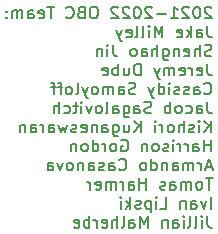
<source format=gbr>
%TF.GenerationSoftware,KiCad,Pcbnew,(6.0.1)*%
%TF.CreationDate,2022-02-13T11:40:04-05:00*%
%TF.ProjectId,STM32_Breakout,53544d33-325f-4427-9265-616b6f75742e,rev?*%
%TF.SameCoordinates,Original*%
%TF.FileFunction,Legend,Bot*%
%TF.FilePolarity,Positive*%
%FSLAX46Y46*%
G04 Gerber Fmt 4.6, Leading zero omitted, Abs format (unit mm)*
G04 Created by KiCad (PCBNEW (6.0.1)) date 2022-02-13 11:40:04*
%MOMM*%
%LPD*%
G01*
G04 APERTURE LIST*
%ADD10C,0.150000*%
G04 APERTURE END LIST*
D10*
X143476023Y-100928619D02*
X143428404Y-100881000D01*
X143333166Y-100833380D01*
X143095071Y-100833380D01*
X142999833Y-100881000D01*
X142952214Y-100928619D01*
X142904595Y-101023857D01*
X142904595Y-101119095D01*
X142952214Y-101261952D01*
X143523642Y-101833380D01*
X142904595Y-101833380D01*
X142285547Y-100833380D02*
X142190309Y-100833380D01*
X142095071Y-100881000D01*
X142047452Y-100928619D01*
X141999833Y-101023857D01*
X141952214Y-101214333D01*
X141952214Y-101452428D01*
X141999833Y-101642904D01*
X142047452Y-101738142D01*
X142095071Y-101785761D01*
X142190309Y-101833380D01*
X142285547Y-101833380D01*
X142380785Y-101785761D01*
X142428404Y-101738142D01*
X142476023Y-101642904D01*
X142523642Y-101452428D01*
X142523642Y-101214333D01*
X142476023Y-101023857D01*
X142428404Y-100928619D01*
X142380785Y-100881000D01*
X142285547Y-100833380D01*
X141571261Y-100928619D02*
X141523642Y-100881000D01*
X141428404Y-100833380D01*
X141190309Y-100833380D01*
X141095071Y-100881000D01*
X141047452Y-100928619D01*
X140999833Y-101023857D01*
X140999833Y-101119095D01*
X141047452Y-101261952D01*
X141618880Y-101833380D01*
X140999833Y-101833380D01*
X140047452Y-101833380D02*
X140618880Y-101833380D01*
X140333166Y-101833380D02*
X140333166Y-100833380D01*
X140428404Y-100976238D01*
X140523642Y-101071476D01*
X140618880Y-101119095D01*
X139618880Y-101452428D02*
X138856976Y-101452428D01*
X138428404Y-100928619D02*
X138380785Y-100881000D01*
X138285547Y-100833380D01*
X138047452Y-100833380D01*
X137952214Y-100881000D01*
X137904595Y-100928619D01*
X137856976Y-101023857D01*
X137856976Y-101119095D01*
X137904595Y-101261952D01*
X138476023Y-101833380D01*
X137856976Y-101833380D01*
X137237928Y-100833380D02*
X137142690Y-100833380D01*
X137047452Y-100881000D01*
X136999833Y-100928619D01*
X136952214Y-101023857D01*
X136904595Y-101214333D01*
X136904595Y-101452428D01*
X136952214Y-101642904D01*
X136999833Y-101738142D01*
X137047452Y-101785761D01*
X137142690Y-101833380D01*
X137237928Y-101833380D01*
X137333166Y-101785761D01*
X137380785Y-101738142D01*
X137428404Y-101642904D01*
X137476023Y-101452428D01*
X137476023Y-101214333D01*
X137428404Y-101023857D01*
X137380785Y-100928619D01*
X137333166Y-100881000D01*
X137237928Y-100833380D01*
X136523642Y-100928619D02*
X136476023Y-100881000D01*
X136380785Y-100833380D01*
X136142690Y-100833380D01*
X136047452Y-100881000D01*
X135999833Y-100928619D01*
X135952214Y-101023857D01*
X135952214Y-101119095D01*
X135999833Y-101261952D01*
X136571261Y-101833380D01*
X135952214Y-101833380D01*
X135571261Y-100928619D02*
X135523642Y-100881000D01*
X135428404Y-100833380D01*
X135190309Y-100833380D01*
X135095071Y-100881000D01*
X135047452Y-100928619D01*
X134999833Y-101023857D01*
X134999833Y-101119095D01*
X135047452Y-101261952D01*
X135618880Y-101833380D01*
X134999833Y-101833380D01*
X133618880Y-100833380D02*
X133428404Y-100833380D01*
X133333166Y-100881000D01*
X133237928Y-100976238D01*
X133190309Y-101166714D01*
X133190309Y-101500047D01*
X133237928Y-101690523D01*
X133333166Y-101785761D01*
X133428404Y-101833380D01*
X133618880Y-101833380D01*
X133714119Y-101785761D01*
X133809357Y-101690523D01*
X133856976Y-101500047D01*
X133856976Y-101166714D01*
X133809357Y-100976238D01*
X133714119Y-100881000D01*
X133618880Y-100833380D01*
X132428404Y-101309571D02*
X132285547Y-101357190D01*
X132237928Y-101404809D01*
X132190309Y-101500047D01*
X132190309Y-101642904D01*
X132237928Y-101738142D01*
X132285547Y-101785761D01*
X132380785Y-101833380D01*
X132761738Y-101833380D01*
X132761738Y-100833380D01*
X132428404Y-100833380D01*
X132333166Y-100881000D01*
X132285547Y-100928619D01*
X132237928Y-101023857D01*
X132237928Y-101119095D01*
X132285547Y-101214333D01*
X132333166Y-101261952D01*
X132428404Y-101309571D01*
X132761738Y-101309571D01*
X131190309Y-101738142D02*
X131237928Y-101785761D01*
X131380785Y-101833380D01*
X131476023Y-101833380D01*
X131618880Y-101785761D01*
X131714119Y-101690523D01*
X131761738Y-101595285D01*
X131809357Y-101404809D01*
X131809357Y-101261952D01*
X131761738Y-101071476D01*
X131714119Y-100976238D01*
X131618880Y-100881000D01*
X131476023Y-100833380D01*
X131380785Y-100833380D01*
X131237928Y-100881000D01*
X131190309Y-100928619D01*
X130142690Y-100833380D02*
X129571261Y-100833380D01*
X129856976Y-101833380D02*
X129856976Y-100833380D01*
X128856976Y-101785761D02*
X128952214Y-101833380D01*
X129142690Y-101833380D01*
X129237928Y-101785761D01*
X129285547Y-101690523D01*
X129285547Y-101309571D01*
X129237928Y-101214333D01*
X129142690Y-101166714D01*
X128952214Y-101166714D01*
X128856976Y-101214333D01*
X128809357Y-101309571D01*
X128809357Y-101404809D01*
X129285547Y-101500047D01*
X127952214Y-101833380D02*
X127952214Y-101309571D01*
X127999833Y-101214333D01*
X128095071Y-101166714D01*
X128285547Y-101166714D01*
X128380785Y-101214333D01*
X127952214Y-101785761D02*
X128047452Y-101833380D01*
X128285547Y-101833380D01*
X128380785Y-101785761D01*
X128428404Y-101690523D01*
X128428404Y-101595285D01*
X128380785Y-101500047D01*
X128285547Y-101452428D01*
X128047452Y-101452428D01*
X127952214Y-101404809D01*
X127476023Y-101833380D02*
X127476023Y-101166714D01*
X127476023Y-101261952D02*
X127428404Y-101214333D01*
X127333166Y-101166714D01*
X127190309Y-101166714D01*
X127095071Y-101214333D01*
X127047452Y-101309571D01*
X127047452Y-101833380D01*
X127047452Y-101309571D02*
X126999833Y-101214333D01*
X126904595Y-101166714D01*
X126761738Y-101166714D01*
X126666500Y-101214333D01*
X126618880Y-101309571D01*
X126618880Y-101833380D01*
X126142690Y-101738142D02*
X126095071Y-101785761D01*
X126142690Y-101833380D01*
X126190309Y-101785761D01*
X126142690Y-101738142D01*
X126142690Y-101833380D01*
X126142690Y-101214333D02*
X126095071Y-101261952D01*
X126142690Y-101309571D01*
X126190309Y-101261952D01*
X126142690Y-101214333D01*
X126142690Y-101309571D01*
X143142690Y-102443380D02*
X143142690Y-103157666D01*
X143190309Y-103300523D01*
X143285547Y-103395761D01*
X143428404Y-103443380D01*
X143523642Y-103443380D01*
X142237928Y-103443380D02*
X142237928Y-102919571D01*
X142285547Y-102824333D01*
X142380785Y-102776714D01*
X142571261Y-102776714D01*
X142666500Y-102824333D01*
X142237928Y-103395761D02*
X142333166Y-103443380D01*
X142571261Y-103443380D01*
X142666500Y-103395761D01*
X142714119Y-103300523D01*
X142714119Y-103205285D01*
X142666500Y-103110047D01*
X142571261Y-103062428D01*
X142333166Y-103062428D01*
X142237928Y-103014809D01*
X141761738Y-103443380D02*
X141761738Y-102443380D01*
X141666500Y-103062428D02*
X141380785Y-103443380D01*
X141380785Y-102776714D02*
X141761738Y-103157666D01*
X140571261Y-103395761D02*
X140666500Y-103443380D01*
X140856976Y-103443380D01*
X140952214Y-103395761D01*
X140999833Y-103300523D01*
X140999833Y-102919571D01*
X140952214Y-102824333D01*
X140856976Y-102776714D01*
X140666500Y-102776714D01*
X140571261Y-102824333D01*
X140523642Y-102919571D01*
X140523642Y-103014809D01*
X140999833Y-103110047D01*
X139333166Y-103443380D02*
X139333166Y-102443380D01*
X138999833Y-103157666D01*
X138666500Y-102443380D01*
X138666500Y-103443380D01*
X138190309Y-103443380D02*
X138190309Y-102776714D01*
X138190309Y-102443380D02*
X138237928Y-102491000D01*
X138190309Y-102538619D01*
X138142690Y-102491000D01*
X138190309Y-102443380D01*
X138190309Y-102538619D01*
X137571261Y-103443380D02*
X137666500Y-103395761D01*
X137714119Y-103300523D01*
X137714119Y-102443380D01*
X137047452Y-103443380D02*
X137142690Y-103395761D01*
X137190309Y-103300523D01*
X137190309Y-102443380D01*
X136285547Y-103395761D02*
X136380785Y-103443380D01*
X136571261Y-103443380D01*
X136666500Y-103395761D01*
X136714119Y-103300523D01*
X136714119Y-102919571D01*
X136666500Y-102824333D01*
X136571261Y-102776714D01*
X136380785Y-102776714D01*
X136285547Y-102824333D01*
X136237928Y-102919571D01*
X136237928Y-103014809D01*
X136714119Y-103110047D01*
X135904595Y-102776714D02*
X135666500Y-103443380D01*
X135428404Y-102776714D02*
X135666500Y-103443380D01*
X135761738Y-103681476D01*
X135809357Y-103729095D01*
X135904595Y-103776714D01*
X143476023Y-105005761D02*
X143333166Y-105053380D01*
X143095071Y-105053380D01*
X142999833Y-105005761D01*
X142952214Y-104958142D01*
X142904595Y-104862904D01*
X142904595Y-104767666D01*
X142952214Y-104672428D01*
X142999833Y-104624809D01*
X143095071Y-104577190D01*
X143285547Y-104529571D01*
X143380785Y-104481952D01*
X143428404Y-104434333D01*
X143476023Y-104339095D01*
X143476023Y-104243857D01*
X143428404Y-104148619D01*
X143380785Y-104101000D01*
X143285547Y-104053380D01*
X143047452Y-104053380D01*
X142904595Y-104101000D01*
X142476023Y-105053380D02*
X142476023Y-104053380D01*
X142047452Y-105053380D02*
X142047452Y-104529571D01*
X142095071Y-104434333D01*
X142190309Y-104386714D01*
X142333166Y-104386714D01*
X142428404Y-104434333D01*
X142476023Y-104481952D01*
X141190309Y-105005761D02*
X141285547Y-105053380D01*
X141476023Y-105053380D01*
X141571261Y-105005761D01*
X141618880Y-104910523D01*
X141618880Y-104529571D01*
X141571261Y-104434333D01*
X141476023Y-104386714D01*
X141285547Y-104386714D01*
X141190309Y-104434333D01*
X141142690Y-104529571D01*
X141142690Y-104624809D01*
X141618880Y-104720047D01*
X140714119Y-104386714D02*
X140714119Y-105053380D01*
X140714119Y-104481952D02*
X140666500Y-104434333D01*
X140571261Y-104386714D01*
X140428404Y-104386714D01*
X140333166Y-104434333D01*
X140285547Y-104529571D01*
X140285547Y-105053380D01*
X139380785Y-104386714D02*
X139380785Y-105196238D01*
X139428404Y-105291476D01*
X139476023Y-105339095D01*
X139571261Y-105386714D01*
X139714119Y-105386714D01*
X139809357Y-105339095D01*
X139380785Y-105005761D02*
X139476023Y-105053380D01*
X139666500Y-105053380D01*
X139761738Y-105005761D01*
X139809357Y-104958142D01*
X139856976Y-104862904D01*
X139856976Y-104577190D01*
X139809357Y-104481952D01*
X139761738Y-104434333D01*
X139666500Y-104386714D01*
X139476023Y-104386714D01*
X139380785Y-104434333D01*
X138904595Y-105053380D02*
X138904595Y-104053380D01*
X138476023Y-105053380D02*
X138476023Y-104529571D01*
X138523642Y-104434333D01*
X138618880Y-104386714D01*
X138761738Y-104386714D01*
X138856976Y-104434333D01*
X138904595Y-104481952D01*
X137571261Y-105053380D02*
X137571261Y-104529571D01*
X137618880Y-104434333D01*
X137714119Y-104386714D01*
X137904595Y-104386714D01*
X137999833Y-104434333D01*
X137571261Y-105005761D02*
X137666500Y-105053380D01*
X137904595Y-105053380D01*
X137999833Y-105005761D01*
X138047452Y-104910523D01*
X138047452Y-104815285D01*
X137999833Y-104720047D01*
X137904595Y-104672428D01*
X137666500Y-104672428D01*
X137571261Y-104624809D01*
X136952214Y-105053380D02*
X137047452Y-105005761D01*
X137095071Y-104958142D01*
X137142690Y-104862904D01*
X137142690Y-104577190D01*
X137095071Y-104481952D01*
X137047452Y-104434333D01*
X136952214Y-104386714D01*
X136809357Y-104386714D01*
X136714119Y-104434333D01*
X136666500Y-104481952D01*
X136618880Y-104577190D01*
X136618880Y-104862904D01*
X136666500Y-104958142D01*
X136714119Y-105005761D01*
X136809357Y-105053380D01*
X136952214Y-105053380D01*
X135142690Y-104053380D02*
X135142690Y-104767666D01*
X135190309Y-104910523D01*
X135285547Y-105005761D01*
X135428404Y-105053380D01*
X135523642Y-105053380D01*
X134666500Y-105053380D02*
X134666500Y-104386714D01*
X134666500Y-104053380D02*
X134714119Y-104101000D01*
X134666500Y-104148619D01*
X134618880Y-104101000D01*
X134666500Y-104053380D01*
X134666500Y-104148619D01*
X134190309Y-104386714D02*
X134190309Y-105053380D01*
X134190309Y-104481952D02*
X134142690Y-104434333D01*
X134047452Y-104386714D01*
X133904595Y-104386714D01*
X133809357Y-104434333D01*
X133761738Y-104529571D01*
X133761738Y-105053380D01*
X143142690Y-105663380D02*
X143142690Y-106377666D01*
X143190309Y-106520523D01*
X143285547Y-106615761D01*
X143428404Y-106663380D01*
X143523642Y-106663380D01*
X142285547Y-106615761D02*
X142380785Y-106663380D01*
X142571261Y-106663380D01*
X142666500Y-106615761D01*
X142714119Y-106520523D01*
X142714119Y-106139571D01*
X142666500Y-106044333D01*
X142571261Y-105996714D01*
X142380785Y-105996714D01*
X142285547Y-106044333D01*
X142237928Y-106139571D01*
X142237928Y-106234809D01*
X142714119Y-106330047D01*
X141809357Y-106663380D02*
X141809357Y-105996714D01*
X141809357Y-106187190D02*
X141761738Y-106091952D01*
X141714119Y-106044333D01*
X141618880Y-105996714D01*
X141523642Y-105996714D01*
X140809357Y-106615761D02*
X140904595Y-106663380D01*
X141095071Y-106663380D01*
X141190309Y-106615761D01*
X141237928Y-106520523D01*
X141237928Y-106139571D01*
X141190309Y-106044333D01*
X141095071Y-105996714D01*
X140904595Y-105996714D01*
X140809357Y-106044333D01*
X140761738Y-106139571D01*
X140761738Y-106234809D01*
X141237928Y-106330047D01*
X140333166Y-106663380D02*
X140333166Y-105996714D01*
X140333166Y-106091952D02*
X140285547Y-106044333D01*
X140190309Y-105996714D01*
X140047452Y-105996714D01*
X139952214Y-106044333D01*
X139904595Y-106139571D01*
X139904595Y-106663380D01*
X139904595Y-106139571D02*
X139856976Y-106044333D01*
X139761738Y-105996714D01*
X139618880Y-105996714D01*
X139523642Y-106044333D01*
X139476023Y-106139571D01*
X139476023Y-106663380D01*
X139095071Y-105996714D02*
X138856976Y-106663380D01*
X138618880Y-105996714D02*
X138856976Y-106663380D01*
X138952214Y-106901476D01*
X138999833Y-106949095D01*
X139095071Y-106996714D01*
X137476023Y-106663380D02*
X137476023Y-105663380D01*
X137237928Y-105663380D01*
X137095071Y-105711000D01*
X136999833Y-105806238D01*
X136952214Y-105901476D01*
X136904595Y-106091952D01*
X136904595Y-106234809D01*
X136952214Y-106425285D01*
X136999833Y-106520523D01*
X137095071Y-106615761D01*
X137237928Y-106663380D01*
X137476023Y-106663380D01*
X136047452Y-105996714D02*
X136047452Y-106663380D01*
X136476023Y-105996714D02*
X136476023Y-106520523D01*
X136428404Y-106615761D01*
X136333166Y-106663380D01*
X136190309Y-106663380D01*
X136095071Y-106615761D01*
X136047452Y-106568142D01*
X135571261Y-106663380D02*
X135571261Y-105663380D01*
X135571261Y-106044333D02*
X135476023Y-105996714D01*
X135285547Y-105996714D01*
X135190309Y-106044333D01*
X135142690Y-106091952D01*
X135095071Y-106187190D01*
X135095071Y-106472904D01*
X135142690Y-106568142D01*
X135190309Y-106615761D01*
X135285547Y-106663380D01*
X135476023Y-106663380D01*
X135571261Y-106615761D01*
X134285547Y-106615761D02*
X134380785Y-106663380D01*
X134571261Y-106663380D01*
X134666500Y-106615761D01*
X134714119Y-106520523D01*
X134714119Y-106139571D01*
X134666500Y-106044333D01*
X134571261Y-105996714D01*
X134380785Y-105996714D01*
X134285547Y-106044333D01*
X134237928Y-106139571D01*
X134237928Y-106234809D01*
X134714119Y-106330047D01*
X142856976Y-108178142D02*
X142904595Y-108225761D01*
X143047452Y-108273380D01*
X143142690Y-108273380D01*
X143285547Y-108225761D01*
X143380785Y-108130523D01*
X143428404Y-108035285D01*
X143476023Y-107844809D01*
X143476023Y-107701952D01*
X143428404Y-107511476D01*
X143380785Y-107416238D01*
X143285547Y-107321000D01*
X143142690Y-107273380D01*
X143047452Y-107273380D01*
X142904595Y-107321000D01*
X142856976Y-107368619D01*
X141999833Y-108273380D02*
X141999833Y-107749571D01*
X142047452Y-107654333D01*
X142142690Y-107606714D01*
X142333166Y-107606714D01*
X142428404Y-107654333D01*
X141999833Y-108225761D02*
X142095071Y-108273380D01*
X142333166Y-108273380D01*
X142428404Y-108225761D01*
X142476023Y-108130523D01*
X142476023Y-108035285D01*
X142428404Y-107940047D01*
X142333166Y-107892428D01*
X142095071Y-107892428D01*
X141999833Y-107844809D01*
X141571261Y-108225761D02*
X141476023Y-108273380D01*
X141285547Y-108273380D01*
X141190309Y-108225761D01*
X141142690Y-108130523D01*
X141142690Y-108082904D01*
X141190309Y-107987666D01*
X141285547Y-107940047D01*
X141428404Y-107940047D01*
X141523642Y-107892428D01*
X141571261Y-107797190D01*
X141571261Y-107749571D01*
X141523642Y-107654333D01*
X141428404Y-107606714D01*
X141285547Y-107606714D01*
X141190309Y-107654333D01*
X140761738Y-108225761D02*
X140666500Y-108273380D01*
X140476023Y-108273380D01*
X140380785Y-108225761D01*
X140333166Y-108130523D01*
X140333166Y-108082904D01*
X140380785Y-107987666D01*
X140476023Y-107940047D01*
X140618880Y-107940047D01*
X140714119Y-107892428D01*
X140761738Y-107797190D01*
X140761738Y-107749571D01*
X140714119Y-107654333D01*
X140618880Y-107606714D01*
X140476023Y-107606714D01*
X140380785Y-107654333D01*
X139904595Y-108273380D02*
X139904595Y-107606714D01*
X139904595Y-107273380D02*
X139952214Y-107321000D01*
X139904595Y-107368619D01*
X139856976Y-107321000D01*
X139904595Y-107273380D01*
X139904595Y-107368619D01*
X138999833Y-108273380D02*
X138999833Y-107273380D01*
X138999833Y-108225761D02*
X139095071Y-108273380D01*
X139285547Y-108273380D01*
X139380785Y-108225761D01*
X139428404Y-108178142D01*
X139476023Y-108082904D01*
X139476023Y-107797190D01*
X139428404Y-107701952D01*
X139380785Y-107654333D01*
X139285547Y-107606714D01*
X139095071Y-107606714D01*
X138999833Y-107654333D01*
X138618880Y-107606714D02*
X138380785Y-108273380D01*
X138142690Y-107606714D02*
X138380785Y-108273380D01*
X138476023Y-108511476D01*
X138523642Y-108559095D01*
X138618880Y-108606714D01*
X137047452Y-108225761D02*
X136904595Y-108273380D01*
X136666500Y-108273380D01*
X136571261Y-108225761D01*
X136523642Y-108178142D01*
X136476023Y-108082904D01*
X136476023Y-107987666D01*
X136523642Y-107892428D01*
X136571261Y-107844809D01*
X136666500Y-107797190D01*
X136856976Y-107749571D01*
X136952214Y-107701952D01*
X136999833Y-107654333D01*
X137047452Y-107559095D01*
X137047452Y-107463857D01*
X136999833Y-107368619D01*
X136952214Y-107321000D01*
X136856976Y-107273380D01*
X136618880Y-107273380D01*
X136476023Y-107321000D01*
X135618880Y-108273380D02*
X135618880Y-107749571D01*
X135666500Y-107654333D01*
X135761738Y-107606714D01*
X135952214Y-107606714D01*
X136047452Y-107654333D01*
X135618880Y-108225761D02*
X135714119Y-108273380D01*
X135952214Y-108273380D01*
X136047452Y-108225761D01*
X136095071Y-108130523D01*
X136095071Y-108035285D01*
X136047452Y-107940047D01*
X135952214Y-107892428D01*
X135714119Y-107892428D01*
X135618880Y-107844809D01*
X135142690Y-108273380D02*
X135142690Y-107606714D01*
X135142690Y-107701952D02*
X135095071Y-107654333D01*
X134999833Y-107606714D01*
X134856976Y-107606714D01*
X134761738Y-107654333D01*
X134714119Y-107749571D01*
X134714119Y-108273380D01*
X134714119Y-107749571D02*
X134666500Y-107654333D01*
X134571261Y-107606714D01*
X134428404Y-107606714D01*
X134333166Y-107654333D01*
X134285547Y-107749571D01*
X134285547Y-108273380D01*
X133666500Y-108273380D02*
X133761738Y-108225761D01*
X133809357Y-108178142D01*
X133856976Y-108082904D01*
X133856976Y-107797190D01*
X133809357Y-107701952D01*
X133761738Y-107654333D01*
X133666500Y-107606714D01*
X133523642Y-107606714D01*
X133428404Y-107654333D01*
X133380785Y-107701952D01*
X133333166Y-107797190D01*
X133333166Y-108082904D01*
X133380785Y-108178142D01*
X133428404Y-108225761D01*
X133523642Y-108273380D01*
X133666500Y-108273380D01*
X132999833Y-107606714D02*
X132761738Y-108273380D01*
X132523642Y-107606714D02*
X132761738Y-108273380D01*
X132856976Y-108511476D01*
X132904595Y-108559095D01*
X132999833Y-108606714D01*
X131999833Y-108273380D02*
X132095071Y-108225761D01*
X132142690Y-108130523D01*
X132142690Y-107273380D01*
X131476023Y-108273380D02*
X131571261Y-108225761D01*
X131618880Y-108178142D01*
X131666500Y-108082904D01*
X131666500Y-107797190D01*
X131618880Y-107701952D01*
X131571261Y-107654333D01*
X131476023Y-107606714D01*
X131333166Y-107606714D01*
X131237928Y-107654333D01*
X131190309Y-107701952D01*
X131142690Y-107797190D01*
X131142690Y-108082904D01*
X131190309Y-108178142D01*
X131237928Y-108225761D01*
X131333166Y-108273380D01*
X131476023Y-108273380D01*
X130856976Y-107606714D02*
X130476023Y-107606714D01*
X130714119Y-108273380D02*
X130714119Y-107416238D01*
X130666500Y-107321000D01*
X130571261Y-107273380D01*
X130476023Y-107273380D01*
X130285547Y-107606714D02*
X129904595Y-107606714D01*
X130142690Y-108273380D02*
X130142690Y-107416238D01*
X130095071Y-107321000D01*
X129999833Y-107273380D01*
X129904595Y-107273380D01*
X143142690Y-108883380D02*
X143142690Y-109597666D01*
X143190309Y-109740523D01*
X143285547Y-109835761D01*
X143428404Y-109883380D01*
X143523642Y-109883380D01*
X142237928Y-109883380D02*
X142237928Y-109359571D01*
X142285547Y-109264333D01*
X142380785Y-109216714D01*
X142571261Y-109216714D01*
X142666500Y-109264333D01*
X142237928Y-109835761D02*
X142333166Y-109883380D01*
X142571261Y-109883380D01*
X142666500Y-109835761D01*
X142714119Y-109740523D01*
X142714119Y-109645285D01*
X142666500Y-109550047D01*
X142571261Y-109502428D01*
X142333166Y-109502428D01*
X142237928Y-109454809D01*
X141333166Y-109835761D02*
X141428404Y-109883380D01*
X141618880Y-109883380D01*
X141714119Y-109835761D01*
X141761738Y-109788142D01*
X141809357Y-109692904D01*
X141809357Y-109407190D01*
X141761738Y-109311952D01*
X141714119Y-109264333D01*
X141618880Y-109216714D01*
X141428404Y-109216714D01*
X141333166Y-109264333D01*
X140761738Y-109883380D02*
X140856976Y-109835761D01*
X140904595Y-109788142D01*
X140952214Y-109692904D01*
X140952214Y-109407190D01*
X140904595Y-109311952D01*
X140856976Y-109264333D01*
X140761738Y-109216714D01*
X140618880Y-109216714D01*
X140523642Y-109264333D01*
X140476023Y-109311952D01*
X140428404Y-109407190D01*
X140428404Y-109692904D01*
X140476023Y-109788142D01*
X140523642Y-109835761D01*
X140618880Y-109883380D01*
X140761738Y-109883380D01*
X139999833Y-109883380D02*
X139999833Y-108883380D01*
X139999833Y-109264333D02*
X139904595Y-109216714D01*
X139714119Y-109216714D01*
X139618880Y-109264333D01*
X139571261Y-109311952D01*
X139523642Y-109407190D01*
X139523642Y-109692904D01*
X139571261Y-109788142D01*
X139618880Y-109835761D01*
X139714119Y-109883380D01*
X139904595Y-109883380D01*
X139999833Y-109835761D01*
X138380785Y-109835761D02*
X138237928Y-109883380D01*
X137999833Y-109883380D01*
X137904595Y-109835761D01*
X137856976Y-109788142D01*
X137809357Y-109692904D01*
X137809357Y-109597666D01*
X137856976Y-109502428D01*
X137904595Y-109454809D01*
X137999833Y-109407190D01*
X138190309Y-109359571D01*
X138285547Y-109311952D01*
X138333166Y-109264333D01*
X138380785Y-109169095D01*
X138380785Y-109073857D01*
X138333166Y-108978619D01*
X138285547Y-108931000D01*
X138190309Y-108883380D01*
X137952214Y-108883380D01*
X137809357Y-108931000D01*
X136952214Y-109883380D02*
X136952214Y-109359571D01*
X136999833Y-109264333D01*
X137095071Y-109216714D01*
X137285547Y-109216714D01*
X137380785Y-109264333D01*
X136952214Y-109835761D02*
X137047452Y-109883380D01*
X137285547Y-109883380D01*
X137380785Y-109835761D01*
X137428404Y-109740523D01*
X137428404Y-109645285D01*
X137380785Y-109550047D01*
X137285547Y-109502428D01*
X137047452Y-109502428D01*
X136952214Y-109454809D01*
X136047452Y-109216714D02*
X136047452Y-110026238D01*
X136095071Y-110121476D01*
X136142690Y-110169095D01*
X136237928Y-110216714D01*
X136380785Y-110216714D01*
X136476023Y-110169095D01*
X136047452Y-109835761D02*
X136142690Y-109883380D01*
X136333166Y-109883380D01*
X136428404Y-109835761D01*
X136476023Y-109788142D01*
X136523642Y-109692904D01*
X136523642Y-109407190D01*
X136476023Y-109311952D01*
X136428404Y-109264333D01*
X136333166Y-109216714D01*
X136142690Y-109216714D01*
X136047452Y-109264333D01*
X135142690Y-109883380D02*
X135142690Y-109359571D01*
X135190309Y-109264333D01*
X135285547Y-109216714D01*
X135476023Y-109216714D01*
X135571261Y-109264333D01*
X135142690Y-109835761D02*
X135237928Y-109883380D01*
X135476023Y-109883380D01*
X135571261Y-109835761D01*
X135618880Y-109740523D01*
X135618880Y-109645285D01*
X135571261Y-109550047D01*
X135476023Y-109502428D01*
X135237928Y-109502428D01*
X135142690Y-109454809D01*
X134523642Y-109883380D02*
X134618880Y-109835761D01*
X134666500Y-109740523D01*
X134666500Y-108883380D01*
X133999833Y-109883380D02*
X134095071Y-109835761D01*
X134142690Y-109788142D01*
X134190309Y-109692904D01*
X134190309Y-109407190D01*
X134142690Y-109311952D01*
X134095071Y-109264333D01*
X133999833Y-109216714D01*
X133856976Y-109216714D01*
X133761738Y-109264333D01*
X133714119Y-109311952D01*
X133666500Y-109407190D01*
X133666500Y-109692904D01*
X133714119Y-109788142D01*
X133761738Y-109835761D01*
X133856976Y-109883380D01*
X133999833Y-109883380D01*
X133333166Y-109216714D02*
X133095071Y-109883380D01*
X132856976Y-109216714D01*
X132476023Y-109883380D02*
X132476023Y-109216714D01*
X132476023Y-108883380D02*
X132523642Y-108931000D01*
X132476023Y-108978619D01*
X132428404Y-108931000D01*
X132476023Y-108883380D01*
X132476023Y-108978619D01*
X132142690Y-109216714D02*
X131761738Y-109216714D01*
X131999833Y-108883380D02*
X131999833Y-109740523D01*
X131952214Y-109835761D01*
X131856976Y-109883380D01*
X131761738Y-109883380D01*
X130999833Y-109835761D02*
X131095071Y-109883380D01*
X131285547Y-109883380D01*
X131380785Y-109835761D01*
X131428404Y-109788142D01*
X131476023Y-109692904D01*
X131476023Y-109407190D01*
X131428404Y-109311952D01*
X131380785Y-109264333D01*
X131285547Y-109216714D01*
X131095071Y-109216714D01*
X130999833Y-109264333D01*
X130571261Y-109883380D02*
X130571261Y-108883380D01*
X130142690Y-109883380D02*
X130142690Y-109359571D01*
X130190309Y-109264333D01*
X130285547Y-109216714D01*
X130428404Y-109216714D01*
X130523642Y-109264333D01*
X130571261Y-109311952D01*
X143428404Y-111493380D02*
X143428404Y-110493380D01*
X142856976Y-111493380D02*
X143285547Y-110921952D01*
X142856976Y-110493380D02*
X143428404Y-111064809D01*
X142428404Y-111493380D02*
X142428404Y-110826714D01*
X142428404Y-110493380D02*
X142476023Y-110541000D01*
X142428404Y-110588619D01*
X142380785Y-110541000D01*
X142428404Y-110493380D01*
X142428404Y-110588619D01*
X141999833Y-111445761D02*
X141904595Y-111493380D01*
X141714119Y-111493380D01*
X141618880Y-111445761D01*
X141571261Y-111350523D01*
X141571261Y-111302904D01*
X141618880Y-111207666D01*
X141714119Y-111160047D01*
X141856976Y-111160047D01*
X141952214Y-111112428D01*
X141999833Y-111017190D01*
X141999833Y-110969571D01*
X141952214Y-110874333D01*
X141856976Y-110826714D01*
X141714119Y-110826714D01*
X141618880Y-110874333D01*
X141142690Y-111493380D02*
X141142690Y-110493380D01*
X140714119Y-111493380D02*
X140714119Y-110969571D01*
X140761738Y-110874333D01*
X140856976Y-110826714D01*
X140999833Y-110826714D01*
X141095071Y-110874333D01*
X141142690Y-110921952D01*
X140095071Y-111493380D02*
X140190309Y-111445761D01*
X140237928Y-111398142D01*
X140285547Y-111302904D01*
X140285547Y-111017190D01*
X140237928Y-110921952D01*
X140190309Y-110874333D01*
X140095071Y-110826714D01*
X139952214Y-110826714D01*
X139856976Y-110874333D01*
X139809357Y-110921952D01*
X139761738Y-111017190D01*
X139761738Y-111302904D01*
X139809357Y-111398142D01*
X139856976Y-111445761D01*
X139952214Y-111493380D01*
X140095071Y-111493380D01*
X139333166Y-111493380D02*
X139333166Y-110826714D01*
X139333166Y-111017190D02*
X139285547Y-110921952D01*
X139237928Y-110874333D01*
X139142690Y-110826714D01*
X139047452Y-110826714D01*
X138714119Y-111493380D02*
X138714119Y-110826714D01*
X138714119Y-110493380D02*
X138761738Y-110541000D01*
X138714119Y-110588619D01*
X138666500Y-110541000D01*
X138714119Y-110493380D01*
X138714119Y-110588619D01*
X137476023Y-111493380D02*
X137476023Y-110493380D01*
X136904595Y-111493380D02*
X137333166Y-110921952D01*
X136904595Y-110493380D02*
X137476023Y-111064809D01*
X136047452Y-110826714D02*
X136047452Y-111493380D01*
X136476023Y-110826714D02*
X136476023Y-111350523D01*
X136428404Y-111445761D01*
X136333166Y-111493380D01*
X136190309Y-111493380D01*
X136095071Y-111445761D01*
X136047452Y-111398142D01*
X135142690Y-110826714D02*
X135142690Y-111636238D01*
X135190309Y-111731476D01*
X135237928Y-111779095D01*
X135333166Y-111826714D01*
X135476023Y-111826714D01*
X135571261Y-111779095D01*
X135142690Y-111445761D02*
X135237928Y-111493380D01*
X135428404Y-111493380D01*
X135523642Y-111445761D01*
X135571261Y-111398142D01*
X135618880Y-111302904D01*
X135618880Y-111017190D01*
X135571261Y-110921952D01*
X135523642Y-110874333D01*
X135428404Y-110826714D01*
X135237928Y-110826714D01*
X135142690Y-110874333D01*
X134237928Y-111493380D02*
X134237928Y-110969571D01*
X134285547Y-110874333D01*
X134380785Y-110826714D01*
X134571261Y-110826714D01*
X134666500Y-110874333D01*
X134237928Y-111445761D02*
X134333166Y-111493380D01*
X134571261Y-111493380D01*
X134666500Y-111445761D01*
X134714119Y-111350523D01*
X134714119Y-111255285D01*
X134666500Y-111160047D01*
X134571261Y-111112428D01*
X134333166Y-111112428D01*
X134237928Y-111064809D01*
X133761738Y-110826714D02*
X133761738Y-111493380D01*
X133761738Y-110921952D02*
X133714119Y-110874333D01*
X133618880Y-110826714D01*
X133476023Y-110826714D01*
X133380785Y-110874333D01*
X133333166Y-110969571D01*
X133333166Y-111493380D01*
X132476023Y-111445761D02*
X132571261Y-111493380D01*
X132761738Y-111493380D01*
X132856976Y-111445761D01*
X132904595Y-111350523D01*
X132904595Y-110969571D01*
X132856976Y-110874333D01*
X132761738Y-110826714D01*
X132571261Y-110826714D01*
X132476023Y-110874333D01*
X132428404Y-110969571D01*
X132428404Y-111064809D01*
X132904595Y-111160047D01*
X132047452Y-111445761D02*
X131952214Y-111493380D01*
X131761738Y-111493380D01*
X131666500Y-111445761D01*
X131618880Y-111350523D01*
X131618880Y-111302904D01*
X131666500Y-111207666D01*
X131761738Y-111160047D01*
X131904595Y-111160047D01*
X131999833Y-111112428D01*
X132047452Y-111017190D01*
X132047452Y-110969571D01*
X131999833Y-110874333D01*
X131904595Y-110826714D01*
X131761738Y-110826714D01*
X131666500Y-110874333D01*
X131285547Y-110826714D02*
X131095071Y-111493380D01*
X130904595Y-111017190D01*
X130714119Y-111493380D01*
X130523642Y-110826714D01*
X129714119Y-111493380D02*
X129714119Y-110969571D01*
X129761738Y-110874333D01*
X129856976Y-110826714D01*
X130047452Y-110826714D01*
X130142690Y-110874333D01*
X129714119Y-111445761D02*
X129809357Y-111493380D01*
X130047452Y-111493380D01*
X130142690Y-111445761D01*
X130190309Y-111350523D01*
X130190309Y-111255285D01*
X130142690Y-111160047D01*
X130047452Y-111112428D01*
X129809357Y-111112428D01*
X129714119Y-111064809D01*
X129237928Y-111493380D02*
X129237928Y-110826714D01*
X129237928Y-111017190D02*
X129190309Y-110921952D01*
X129142690Y-110874333D01*
X129047452Y-110826714D01*
X128952214Y-110826714D01*
X128190309Y-111493380D02*
X128190309Y-110969571D01*
X128237928Y-110874333D01*
X128333166Y-110826714D01*
X128523642Y-110826714D01*
X128618880Y-110874333D01*
X128190309Y-111445761D02*
X128285547Y-111493380D01*
X128523642Y-111493380D01*
X128618880Y-111445761D01*
X128666500Y-111350523D01*
X128666500Y-111255285D01*
X128618880Y-111160047D01*
X128523642Y-111112428D01*
X128285547Y-111112428D01*
X128190309Y-111064809D01*
X127714119Y-110826714D02*
X127714119Y-111493380D01*
X127714119Y-110921952D02*
X127666500Y-110874333D01*
X127571261Y-110826714D01*
X127428404Y-110826714D01*
X127333166Y-110874333D01*
X127285547Y-110969571D01*
X127285547Y-111493380D01*
X143428404Y-113103380D02*
X143428404Y-112103380D01*
X143428404Y-112579571D02*
X142856976Y-112579571D01*
X142856976Y-113103380D02*
X142856976Y-112103380D01*
X141952214Y-113103380D02*
X141952214Y-112579571D01*
X141999833Y-112484333D01*
X142095071Y-112436714D01*
X142285547Y-112436714D01*
X142380785Y-112484333D01*
X141952214Y-113055761D02*
X142047452Y-113103380D01*
X142285547Y-113103380D01*
X142380785Y-113055761D01*
X142428404Y-112960523D01*
X142428404Y-112865285D01*
X142380785Y-112770047D01*
X142285547Y-112722428D01*
X142047452Y-112722428D01*
X141952214Y-112674809D01*
X141476023Y-113103380D02*
X141476023Y-112436714D01*
X141476023Y-112627190D02*
X141428404Y-112531952D01*
X141380785Y-112484333D01*
X141285547Y-112436714D01*
X141190309Y-112436714D01*
X140856976Y-113103380D02*
X140856976Y-112436714D01*
X140856976Y-112627190D02*
X140809357Y-112531952D01*
X140761738Y-112484333D01*
X140666500Y-112436714D01*
X140571261Y-112436714D01*
X140237928Y-113103380D02*
X140237928Y-112436714D01*
X140237928Y-112103380D02*
X140285547Y-112151000D01*
X140237928Y-112198619D01*
X140190309Y-112151000D01*
X140237928Y-112103380D01*
X140237928Y-112198619D01*
X139809357Y-113055761D02*
X139714119Y-113103380D01*
X139523642Y-113103380D01*
X139428404Y-113055761D01*
X139380785Y-112960523D01*
X139380785Y-112912904D01*
X139428404Y-112817666D01*
X139523642Y-112770047D01*
X139666500Y-112770047D01*
X139761738Y-112722428D01*
X139809357Y-112627190D01*
X139809357Y-112579571D01*
X139761738Y-112484333D01*
X139666500Y-112436714D01*
X139523642Y-112436714D01*
X139428404Y-112484333D01*
X138809357Y-113103380D02*
X138904595Y-113055761D01*
X138952214Y-113008142D01*
X138999833Y-112912904D01*
X138999833Y-112627190D01*
X138952214Y-112531952D01*
X138904595Y-112484333D01*
X138809357Y-112436714D01*
X138666500Y-112436714D01*
X138571261Y-112484333D01*
X138523642Y-112531952D01*
X138476023Y-112627190D01*
X138476023Y-112912904D01*
X138523642Y-113008142D01*
X138571261Y-113055761D01*
X138666500Y-113103380D01*
X138809357Y-113103380D01*
X138047452Y-112436714D02*
X138047452Y-113103380D01*
X138047452Y-112531952D02*
X137999833Y-112484333D01*
X137904595Y-112436714D01*
X137761738Y-112436714D01*
X137666500Y-112484333D01*
X137618880Y-112579571D01*
X137618880Y-113103380D01*
X135856976Y-112151000D02*
X135952214Y-112103380D01*
X136095071Y-112103380D01*
X136237928Y-112151000D01*
X136333166Y-112246238D01*
X136380785Y-112341476D01*
X136428404Y-112531952D01*
X136428404Y-112674809D01*
X136380785Y-112865285D01*
X136333166Y-112960523D01*
X136237928Y-113055761D01*
X136095071Y-113103380D01*
X135999833Y-113103380D01*
X135856976Y-113055761D01*
X135809357Y-113008142D01*
X135809357Y-112674809D01*
X135999833Y-112674809D01*
X135237928Y-113103380D02*
X135333166Y-113055761D01*
X135380785Y-113008142D01*
X135428404Y-112912904D01*
X135428404Y-112627190D01*
X135380785Y-112531952D01*
X135333166Y-112484333D01*
X135237928Y-112436714D01*
X135095071Y-112436714D01*
X134999833Y-112484333D01*
X134952214Y-112531952D01*
X134904595Y-112627190D01*
X134904595Y-112912904D01*
X134952214Y-113008142D01*
X134999833Y-113055761D01*
X135095071Y-113103380D01*
X135237928Y-113103380D01*
X134476023Y-113103380D02*
X134476023Y-112436714D01*
X134476023Y-112627190D02*
X134428404Y-112531952D01*
X134380785Y-112484333D01*
X134285547Y-112436714D01*
X134190309Y-112436714D01*
X133428404Y-113103380D02*
X133428404Y-112103380D01*
X133428404Y-113055761D02*
X133523642Y-113103380D01*
X133714119Y-113103380D01*
X133809357Y-113055761D01*
X133856976Y-113008142D01*
X133904595Y-112912904D01*
X133904595Y-112627190D01*
X133856976Y-112531952D01*
X133809357Y-112484333D01*
X133714119Y-112436714D01*
X133523642Y-112436714D01*
X133428404Y-112484333D01*
X132809357Y-113103380D02*
X132904595Y-113055761D01*
X132952214Y-113008142D01*
X132999833Y-112912904D01*
X132999833Y-112627190D01*
X132952214Y-112531952D01*
X132904595Y-112484333D01*
X132809357Y-112436714D01*
X132666500Y-112436714D01*
X132571261Y-112484333D01*
X132523642Y-112531952D01*
X132476023Y-112627190D01*
X132476023Y-112912904D01*
X132523642Y-113008142D01*
X132571261Y-113055761D01*
X132666500Y-113103380D01*
X132809357Y-113103380D01*
X132047452Y-112436714D02*
X132047452Y-113103380D01*
X132047452Y-112531952D02*
X131999833Y-112484333D01*
X131904595Y-112436714D01*
X131761738Y-112436714D01*
X131666500Y-112484333D01*
X131618880Y-112579571D01*
X131618880Y-113103380D01*
X143476023Y-114427666D02*
X142999833Y-114427666D01*
X143571261Y-114713380D02*
X143237928Y-113713380D01*
X142904595Y-114713380D01*
X142571261Y-114713380D02*
X142571261Y-114046714D01*
X142571261Y-114237190D02*
X142523642Y-114141952D01*
X142476023Y-114094333D01*
X142380785Y-114046714D01*
X142285547Y-114046714D01*
X141952214Y-114713380D02*
X141952214Y-114046714D01*
X141952214Y-114141952D02*
X141904595Y-114094333D01*
X141809357Y-114046714D01*
X141666500Y-114046714D01*
X141571261Y-114094333D01*
X141523642Y-114189571D01*
X141523642Y-114713380D01*
X141523642Y-114189571D02*
X141476023Y-114094333D01*
X141380785Y-114046714D01*
X141237928Y-114046714D01*
X141142690Y-114094333D01*
X141095071Y-114189571D01*
X141095071Y-114713380D01*
X140190309Y-114713380D02*
X140190309Y-114189571D01*
X140237928Y-114094333D01*
X140333166Y-114046714D01*
X140523642Y-114046714D01*
X140618880Y-114094333D01*
X140190309Y-114665761D02*
X140285547Y-114713380D01*
X140523642Y-114713380D01*
X140618880Y-114665761D01*
X140666500Y-114570523D01*
X140666500Y-114475285D01*
X140618880Y-114380047D01*
X140523642Y-114332428D01*
X140285547Y-114332428D01*
X140190309Y-114284809D01*
X139714119Y-114046714D02*
X139714119Y-114713380D01*
X139714119Y-114141952D02*
X139666500Y-114094333D01*
X139571261Y-114046714D01*
X139428404Y-114046714D01*
X139333166Y-114094333D01*
X139285547Y-114189571D01*
X139285547Y-114713380D01*
X138380785Y-114713380D02*
X138380785Y-113713380D01*
X138380785Y-114665761D02*
X138476023Y-114713380D01*
X138666500Y-114713380D01*
X138761738Y-114665761D01*
X138809357Y-114618142D01*
X138856976Y-114522904D01*
X138856976Y-114237190D01*
X138809357Y-114141952D01*
X138761738Y-114094333D01*
X138666500Y-114046714D01*
X138476023Y-114046714D01*
X138380785Y-114094333D01*
X137761738Y-114713380D02*
X137856976Y-114665761D01*
X137904595Y-114618142D01*
X137952214Y-114522904D01*
X137952214Y-114237190D01*
X137904595Y-114141952D01*
X137856976Y-114094333D01*
X137761738Y-114046714D01*
X137618880Y-114046714D01*
X137523642Y-114094333D01*
X137476023Y-114141952D01*
X137428404Y-114237190D01*
X137428404Y-114522904D01*
X137476023Y-114618142D01*
X137523642Y-114665761D01*
X137618880Y-114713380D01*
X137761738Y-114713380D01*
X135666500Y-114618142D02*
X135714119Y-114665761D01*
X135856976Y-114713380D01*
X135952214Y-114713380D01*
X136095071Y-114665761D01*
X136190309Y-114570523D01*
X136237928Y-114475285D01*
X136285547Y-114284809D01*
X136285547Y-114141952D01*
X136237928Y-113951476D01*
X136190309Y-113856238D01*
X136095071Y-113761000D01*
X135952214Y-113713380D01*
X135856976Y-113713380D01*
X135714119Y-113761000D01*
X135666500Y-113808619D01*
X134809357Y-114713380D02*
X134809357Y-114189571D01*
X134856976Y-114094333D01*
X134952214Y-114046714D01*
X135142690Y-114046714D01*
X135237928Y-114094333D01*
X134809357Y-114665761D02*
X134904595Y-114713380D01*
X135142690Y-114713380D01*
X135237928Y-114665761D01*
X135285547Y-114570523D01*
X135285547Y-114475285D01*
X135237928Y-114380047D01*
X135142690Y-114332428D01*
X134904595Y-114332428D01*
X134809357Y-114284809D01*
X134380785Y-114665761D02*
X134285547Y-114713380D01*
X134095071Y-114713380D01*
X133999833Y-114665761D01*
X133952214Y-114570523D01*
X133952214Y-114522904D01*
X133999833Y-114427666D01*
X134095071Y-114380047D01*
X134237928Y-114380047D01*
X134333166Y-114332428D01*
X134380785Y-114237190D01*
X134380785Y-114189571D01*
X134333166Y-114094333D01*
X134237928Y-114046714D01*
X134095071Y-114046714D01*
X133999833Y-114094333D01*
X133095071Y-114713380D02*
X133095071Y-114189571D01*
X133142690Y-114094333D01*
X133237928Y-114046714D01*
X133428404Y-114046714D01*
X133523642Y-114094333D01*
X133095071Y-114665761D02*
X133190309Y-114713380D01*
X133428404Y-114713380D01*
X133523642Y-114665761D01*
X133571261Y-114570523D01*
X133571261Y-114475285D01*
X133523642Y-114380047D01*
X133428404Y-114332428D01*
X133190309Y-114332428D01*
X133095071Y-114284809D01*
X132618880Y-114046714D02*
X132618880Y-114713380D01*
X132618880Y-114141952D02*
X132571261Y-114094333D01*
X132476023Y-114046714D01*
X132333166Y-114046714D01*
X132237928Y-114094333D01*
X132190309Y-114189571D01*
X132190309Y-114713380D01*
X131571261Y-114713380D02*
X131666500Y-114665761D01*
X131714119Y-114618142D01*
X131761738Y-114522904D01*
X131761738Y-114237190D01*
X131714119Y-114141952D01*
X131666500Y-114094333D01*
X131571261Y-114046714D01*
X131428404Y-114046714D01*
X131333166Y-114094333D01*
X131285547Y-114141952D01*
X131237928Y-114237190D01*
X131237928Y-114522904D01*
X131285547Y-114618142D01*
X131333166Y-114665761D01*
X131428404Y-114713380D01*
X131571261Y-114713380D01*
X130904595Y-114046714D02*
X130666500Y-114713380D01*
X130428404Y-114046714D01*
X129618880Y-114713380D02*
X129618880Y-114189571D01*
X129666500Y-114094333D01*
X129761738Y-114046714D01*
X129952214Y-114046714D01*
X130047452Y-114094333D01*
X129618880Y-114665761D02*
X129714119Y-114713380D01*
X129952214Y-114713380D01*
X130047452Y-114665761D01*
X130095071Y-114570523D01*
X130095071Y-114475285D01*
X130047452Y-114380047D01*
X129952214Y-114332428D01*
X129714119Y-114332428D01*
X129618880Y-114284809D01*
X143571261Y-115323380D02*
X142999833Y-115323380D01*
X143285547Y-116323380D02*
X143285547Y-115323380D01*
X142523642Y-116323380D02*
X142618880Y-116275761D01*
X142666500Y-116228142D01*
X142714119Y-116132904D01*
X142714119Y-115847190D01*
X142666500Y-115751952D01*
X142618880Y-115704333D01*
X142523642Y-115656714D01*
X142380785Y-115656714D01*
X142285547Y-115704333D01*
X142237928Y-115751952D01*
X142190309Y-115847190D01*
X142190309Y-116132904D01*
X142237928Y-116228142D01*
X142285547Y-116275761D01*
X142380785Y-116323380D01*
X142523642Y-116323380D01*
X141761738Y-116323380D02*
X141761738Y-115656714D01*
X141761738Y-115751952D02*
X141714119Y-115704333D01*
X141618880Y-115656714D01*
X141476023Y-115656714D01*
X141380785Y-115704333D01*
X141333166Y-115799571D01*
X141333166Y-116323380D01*
X141333166Y-115799571D02*
X141285547Y-115704333D01*
X141190309Y-115656714D01*
X141047452Y-115656714D01*
X140952214Y-115704333D01*
X140904595Y-115799571D01*
X140904595Y-116323380D01*
X139999833Y-116323380D02*
X139999833Y-115799571D01*
X140047452Y-115704333D01*
X140142690Y-115656714D01*
X140333166Y-115656714D01*
X140428404Y-115704333D01*
X139999833Y-116275761D02*
X140095071Y-116323380D01*
X140333166Y-116323380D01*
X140428404Y-116275761D01*
X140476023Y-116180523D01*
X140476023Y-116085285D01*
X140428404Y-115990047D01*
X140333166Y-115942428D01*
X140095071Y-115942428D01*
X139999833Y-115894809D01*
X139571261Y-116275761D02*
X139476023Y-116323380D01*
X139285547Y-116323380D01*
X139190309Y-116275761D01*
X139142690Y-116180523D01*
X139142690Y-116132904D01*
X139190309Y-116037666D01*
X139285547Y-115990047D01*
X139428404Y-115990047D01*
X139523642Y-115942428D01*
X139571261Y-115847190D01*
X139571261Y-115799571D01*
X139523642Y-115704333D01*
X139428404Y-115656714D01*
X139285547Y-115656714D01*
X139190309Y-115704333D01*
X137952214Y-116323380D02*
X137952214Y-115323380D01*
X137952214Y-115799571D02*
X137380785Y-115799571D01*
X137380785Y-116323380D02*
X137380785Y-115323380D01*
X136476023Y-116323380D02*
X136476023Y-115799571D01*
X136523642Y-115704333D01*
X136618880Y-115656714D01*
X136809357Y-115656714D01*
X136904595Y-115704333D01*
X136476023Y-116275761D02*
X136571261Y-116323380D01*
X136809357Y-116323380D01*
X136904595Y-116275761D01*
X136952214Y-116180523D01*
X136952214Y-116085285D01*
X136904595Y-115990047D01*
X136809357Y-115942428D01*
X136571261Y-115942428D01*
X136476023Y-115894809D01*
X135999833Y-116323380D02*
X135999833Y-115656714D01*
X135999833Y-115847190D02*
X135952214Y-115751952D01*
X135904595Y-115704333D01*
X135809357Y-115656714D01*
X135714119Y-115656714D01*
X135380785Y-116323380D02*
X135380785Y-115656714D01*
X135380785Y-115751952D02*
X135333166Y-115704333D01*
X135237928Y-115656714D01*
X135095071Y-115656714D01*
X134999833Y-115704333D01*
X134952214Y-115799571D01*
X134952214Y-116323380D01*
X134952214Y-115799571D02*
X134904595Y-115704333D01*
X134809357Y-115656714D01*
X134666500Y-115656714D01*
X134571261Y-115704333D01*
X134523642Y-115799571D01*
X134523642Y-116323380D01*
X133666500Y-116275761D02*
X133761738Y-116323380D01*
X133952214Y-116323380D01*
X134047452Y-116275761D01*
X134095071Y-116180523D01*
X134095071Y-115799571D01*
X134047452Y-115704333D01*
X133952214Y-115656714D01*
X133761738Y-115656714D01*
X133666500Y-115704333D01*
X133618880Y-115799571D01*
X133618880Y-115894809D01*
X134095071Y-115990047D01*
X133190309Y-116323380D02*
X133190309Y-115656714D01*
X133190309Y-115847190D02*
X133142690Y-115751952D01*
X133095071Y-115704333D01*
X132999833Y-115656714D01*
X132904595Y-115656714D01*
X143428404Y-117933380D02*
X143428404Y-116933380D01*
X143047452Y-117266714D02*
X142809357Y-117933380D01*
X142571261Y-117266714D01*
X141761738Y-117933380D02*
X141761738Y-117409571D01*
X141809357Y-117314333D01*
X141904595Y-117266714D01*
X142095071Y-117266714D01*
X142190309Y-117314333D01*
X141761738Y-117885761D02*
X141856976Y-117933380D01*
X142095071Y-117933380D01*
X142190309Y-117885761D01*
X142237928Y-117790523D01*
X142237928Y-117695285D01*
X142190309Y-117600047D01*
X142095071Y-117552428D01*
X141856976Y-117552428D01*
X141761738Y-117504809D01*
X141285547Y-117266714D02*
X141285547Y-117933380D01*
X141285547Y-117361952D02*
X141237928Y-117314333D01*
X141142690Y-117266714D01*
X140999833Y-117266714D01*
X140904595Y-117314333D01*
X140856976Y-117409571D01*
X140856976Y-117933380D01*
X139142690Y-117933380D02*
X139618880Y-117933380D01*
X139618880Y-116933380D01*
X138809357Y-117933380D02*
X138809357Y-117266714D01*
X138809357Y-116933380D02*
X138856976Y-116981000D01*
X138809357Y-117028619D01*
X138761738Y-116981000D01*
X138809357Y-116933380D01*
X138809357Y-117028619D01*
X138333166Y-117266714D02*
X138333166Y-118266714D01*
X138333166Y-117314333D02*
X138237928Y-117266714D01*
X138047452Y-117266714D01*
X137952214Y-117314333D01*
X137904595Y-117361952D01*
X137856976Y-117457190D01*
X137856976Y-117742904D01*
X137904595Y-117838142D01*
X137952214Y-117885761D01*
X138047452Y-117933380D01*
X138237928Y-117933380D01*
X138333166Y-117885761D01*
X137476023Y-117885761D02*
X137380785Y-117933380D01*
X137190309Y-117933380D01*
X137095071Y-117885761D01*
X137047452Y-117790523D01*
X137047452Y-117742904D01*
X137095071Y-117647666D01*
X137190309Y-117600047D01*
X137333166Y-117600047D01*
X137428404Y-117552428D01*
X137476023Y-117457190D01*
X137476023Y-117409571D01*
X137428404Y-117314333D01*
X137333166Y-117266714D01*
X137190309Y-117266714D01*
X137095071Y-117314333D01*
X136618880Y-117933380D02*
X136618880Y-116933380D01*
X136523642Y-117552428D02*
X136237928Y-117933380D01*
X136237928Y-117266714D02*
X136618880Y-117647666D01*
X135809357Y-117933380D02*
X135809357Y-117266714D01*
X135809357Y-116933380D02*
X135856976Y-116981000D01*
X135809357Y-117028619D01*
X135761738Y-116981000D01*
X135809357Y-116933380D01*
X135809357Y-117028619D01*
X143142690Y-118543380D02*
X143142690Y-119257666D01*
X143190309Y-119400523D01*
X143285547Y-119495761D01*
X143428404Y-119543380D01*
X143523642Y-119543380D01*
X142666500Y-119543380D02*
X142666500Y-118876714D01*
X142666500Y-118543380D02*
X142714119Y-118591000D01*
X142666500Y-118638619D01*
X142618880Y-118591000D01*
X142666500Y-118543380D01*
X142666500Y-118638619D01*
X142047452Y-119543380D02*
X142142690Y-119495761D01*
X142190309Y-119400523D01*
X142190309Y-118543380D01*
X141523642Y-119543380D02*
X141618880Y-119495761D01*
X141666500Y-119400523D01*
X141666500Y-118543380D01*
X141142690Y-119543380D02*
X141142690Y-118876714D01*
X141142690Y-118543380D02*
X141190309Y-118591000D01*
X141142690Y-118638619D01*
X141095071Y-118591000D01*
X141142690Y-118543380D01*
X141142690Y-118638619D01*
X140237928Y-119543380D02*
X140237928Y-119019571D01*
X140285547Y-118924333D01*
X140380785Y-118876714D01*
X140571261Y-118876714D01*
X140666500Y-118924333D01*
X140237928Y-119495761D02*
X140333166Y-119543380D01*
X140571261Y-119543380D01*
X140666500Y-119495761D01*
X140714119Y-119400523D01*
X140714119Y-119305285D01*
X140666500Y-119210047D01*
X140571261Y-119162428D01*
X140333166Y-119162428D01*
X140237928Y-119114809D01*
X139761738Y-118876714D02*
X139761738Y-119543380D01*
X139761738Y-118971952D02*
X139714119Y-118924333D01*
X139618880Y-118876714D01*
X139476023Y-118876714D01*
X139380785Y-118924333D01*
X139333166Y-119019571D01*
X139333166Y-119543380D01*
X138095071Y-119543380D02*
X138095071Y-118543380D01*
X137761738Y-119257666D01*
X137428404Y-118543380D01*
X137428404Y-119543380D01*
X136523642Y-119543380D02*
X136523642Y-119019571D01*
X136571261Y-118924333D01*
X136666500Y-118876714D01*
X136856976Y-118876714D01*
X136952214Y-118924333D01*
X136523642Y-119495761D02*
X136618880Y-119543380D01*
X136856976Y-119543380D01*
X136952214Y-119495761D01*
X136999833Y-119400523D01*
X136999833Y-119305285D01*
X136952214Y-119210047D01*
X136856976Y-119162428D01*
X136618880Y-119162428D01*
X136523642Y-119114809D01*
X135904595Y-119543380D02*
X135999833Y-119495761D01*
X136047452Y-119400523D01*
X136047452Y-118543380D01*
X135523642Y-119543380D02*
X135523642Y-118543380D01*
X135095071Y-119543380D02*
X135095071Y-119019571D01*
X135142690Y-118924333D01*
X135237928Y-118876714D01*
X135380785Y-118876714D01*
X135476023Y-118924333D01*
X135523642Y-118971952D01*
X134237928Y-119495761D02*
X134333166Y-119543380D01*
X134523642Y-119543380D01*
X134618880Y-119495761D01*
X134666500Y-119400523D01*
X134666500Y-119019571D01*
X134618880Y-118924333D01*
X134523642Y-118876714D01*
X134333166Y-118876714D01*
X134237928Y-118924333D01*
X134190309Y-119019571D01*
X134190309Y-119114809D01*
X134666500Y-119210047D01*
X133761738Y-119543380D02*
X133761738Y-118876714D01*
X133761738Y-119067190D02*
X133714119Y-118971952D01*
X133666500Y-118924333D01*
X133571261Y-118876714D01*
X133476023Y-118876714D01*
X133142690Y-119543380D02*
X133142690Y-118543380D01*
X133142690Y-118924333D02*
X133047452Y-118876714D01*
X132856976Y-118876714D01*
X132761738Y-118924333D01*
X132714119Y-118971952D01*
X132666500Y-119067190D01*
X132666500Y-119352904D01*
X132714119Y-119448142D01*
X132761738Y-119495761D01*
X132856976Y-119543380D01*
X133047452Y-119543380D01*
X133142690Y-119495761D01*
X131856976Y-119495761D02*
X131952214Y-119543380D01*
X132142690Y-119543380D01*
X132237928Y-119495761D01*
X132285547Y-119400523D01*
X132285547Y-119019571D01*
X132237928Y-118924333D01*
X132142690Y-118876714D01*
X131952214Y-118876714D01*
X131856976Y-118924333D01*
X131809357Y-119019571D01*
X131809357Y-119114809D01*
X132285547Y-119210047D01*
M02*

</source>
